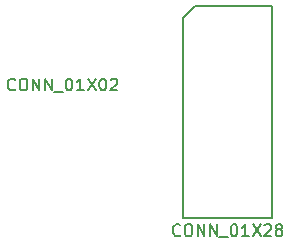
<source format=gbr>
G04 #@! TF.FileFunction,Other,Fab,Top*
%FSLAX46Y46*%
G04 Gerber Fmt 4.6, Leading zero omitted, Abs format (unit mm)*
G04 Created by KiCad (PCBNEW 4.0.5+dfsg1-4) date Thu Oct 18 11:42:42 2018*
%MOMM*%
%LPD*%
G01*
G04 APERTURE LIST*
%ADD10C,0.100000*%
%ADD11C,0.150000*%
G04 APERTURE END LIST*
D10*
D11*
X118408000Y-112716000D02*
X124908000Y-112716000D01*
X124908000Y-112716000D02*
X124908000Y-130616000D01*
X124908000Y-130616000D02*
X117408000Y-130616000D01*
X117408000Y-130616000D02*
X117408000Y-113716000D01*
X117408000Y-113716000D02*
X118408000Y-112716000D01*
X103164191Y-119737143D02*
X103116572Y-119784762D01*
X102973715Y-119832381D01*
X102878477Y-119832381D01*
X102735619Y-119784762D01*
X102640381Y-119689524D01*
X102592762Y-119594286D01*
X102545143Y-119403810D01*
X102545143Y-119260952D01*
X102592762Y-119070476D01*
X102640381Y-118975238D01*
X102735619Y-118880000D01*
X102878477Y-118832381D01*
X102973715Y-118832381D01*
X103116572Y-118880000D01*
X103164191Y-118927619D01*
X103783238Y-118832381D02*
X103973715Y-118832381D01*
X104068953Y-118880000D01*
X104164191Y-118975238D01*
X104211810Y-119165714D01*
X104211810Y-119499048D01*
X104164191Y-119689524D01*
X104068953Y-119784762D01*
X103973715Y-119832381D01*
X103783238Y-119832381D01*
X103688000Y-119784762D01*
X103592762Y-119689524D01*
X103545143Y-119499048D01*
X103545143Y-119165714D01*
X103592762Y-118975238D01*
X103688000Y-118880000D01*
X103783238Y-118832381D01*
X104640381Y-119832381D02*
X104640381Y-118832381D01*
X105211810Y-119832381D01*
X105211810Y-118832381D01*
X105688000Y-119832381D02*
X105688000Y-118832381D01*
X106259429Y-119832381D01*
X106259429Y-118832381D01*
X106497524Y-119927619D02*
X107259429Y-119927619D01*
X107688000Y-118832381D02*
X107783239Y-118832381D01*
X107878477Y-118880000D01*
X107926096Y-118927619D01*
X107973715Y-119022857D01*
X108021334Y-119213333D01*
X108021334Y-119451429D01*
X107973715Y-119641905D01*
X107926096Y-119737143D01*
X107878477Y-119784762D01*
X107783239Y-119832381D01*
X107688000Y-119832381D01*
X107592762Y-119784762D01*
X107545143Y-119737143D01*
X107497524Y-119641905D01*
X107449905Y-119451429D01*
X107449905Y-119213333D01*
X107497524Y-119022857D01*
X107545143Y-118927619D01*
X107592762Y-118880000D01*
X107688000Y-118832381D01*
X108973715Y-119832381D02*
X108402286Y-119832381D01*
X108688000Y-119832381D02*
X108688000Y-118832381D01*
X108592762Y-118975238D01*
X108497524Y-119070476D01*
X108402286Y-119118095D01*
X109307048Y-118832381D02*
X109973715Y-119832381D01*
X109973715Y-118832381D02*
X109307048Y-119832381D01*
X110545143Y-118832381D02*
X110640382Y-118832381D01*
X110735620Y-118880000D01*
X110783239Y-118927619D01*
X110830858Y-119022857D01*
X110878477Y-119213333D01*
X110878477Y-119451429D01*
X110830858Y-119641905D01*
X110783239Y-119737143D01*
X110735620Y-119784762D01*
X110640382Y-119832381D01*
X110545143Y-119832381D01*
X110449905Y-119784762D01*
X110402286Y-119737143D01*
X110354667Y-119641905D01*
X110307048Y-119451429D01*
X110307048Y-119213333D01*
X110354667Y-119022857D01*
X110402286Y-118927619D01*
X110449905Y-118880000D01*
X110545143Y-118832381D01*
X111259429Y-118927619D02*
X111307048Y-118880000D01*
X111402286Y-118832381D01*
X111640382Y-118832381D01*
X111735620Y-118880000D01*
X111783239Y-118927619D01*
X111830858Y-119022857D01*
X111830858Y-119118095D01*
X111783239Y-119260952D01*
X111211810Y-119832381D01*
X111830858Y-119832381D01*
X117134191Y-132073143D02*
X117086572Y-132120762D01*
X116943715Y-132168381D01*
X116848477Y-132168381D01*
X116705619Y-132120762D01*
X116610381Y-132025524D01*
X116562762Y-131930286D01*
X116515143Y-131739810D01*
X116515143Y-131596952D01*
X116562762Y-131406476D01*
X116610381Y-131311238D01*
X116705619Y-131216000D01*
X116848477Y-131168381D01*
X116943715Y-131168381D01*
X117086572Y-131216000D01*
X117134191Y-131263619D01*
X117753238Y-131168381D02*
X117943715Y-131168381D01*
X118038953Y-131216000D01*
X118134191Y-131311238D01*
X118181810Y-131501714D01*
X118181810Y-131835048D01*
X118134191Y-132025524D01*
X118038953Y-132120762D01*
X117943715Y-132168381D01*
X117753238Y-132168381D01*
X117658000Y-132120762D01*
X117562762Y-132025524D01*
X117515143Y-131835048D01*
X117515143Y-131501714D01*
X117562762Y-131311238D01*
X117658000Y-131216000D01*
X117753238Y-131168381D01*
X118610381Y-132168381D02*
X118610381Y-131168381D01*
X119181810Y-132168381D01*
X119181810Y-131168381D01*
X119658000Y-132168381D02*
X119658000Y-131168381D01*
X120229429Y-132168381D01*
X120229429Y-131168381D01*
X120467524Y-132263619D02*
X121229429Y-132263619D01*
X121658000Y-131168381D02*
X121753239Y-131168381D01*
X121848477Y-131216000D01*
X121896096Y-131263619D01*
X121943715Y-131358857D01*
X121991334Y-131549333D01*
X121991334Y-131787429D01*
X121943715Y-131977905D01*
X121896096Y-132073143D01*
X121848477Y-132120762D01*
X121753239Y-132168381D01*
X121658000Y-132168381D01*
X121562762Y-132120762D01*
X121515143Y-132073143D01*
X121467524Y-131977905D01*
X121419905Y-131787429D01*
X121419905Y-131549333D01*
X121467524Y-131358857D01*
X121515143Y-131263619D01*
X121562762Y-131216000D01*
X121658000Y-131168381D01*
X122943715Y-132168381D02*
X122372286Y-132168381D01*
X122658000Y-132168381D02*
X122658000Y-131168381D01*
X122562762Y-131311238D01*
X122467524Y-131406476D01*
X122372286Y-131454095D01*
X123277048Y-131168381D02*
X123943715Y-132168381D01*
X123943715Y-131168381D02*
X123277048Y-132168381D01*
X124277048Y-131263619D02*
X124324667Y-131216000D01*
X124419905Y-131168381D01*
X124658001Y-131168381D01*
X124753239Y-131216000D01*
X124800858Y-131263619D01*
X124848477Y-131358857D01*
X124848477Y-131454095D01*
X124800858Y-131596952D01*
X124229429Y-132168381D01*
X124848477Y-132168381D01*
X125419905Y-131596952D02*
X125324667Y-131549333D01*
X125277048Y-131501714D01*
X125229429Y-131406476D01*
X125229429Y-131358857D01*
X125277048Y-131263619D01*
X125324667Y-131216000D01*
X125419905Y-131168381D01*
X125610382Y-131168381D01*
X125705620Y-131216000D01*
X125753239Y-131263619D01*
X125800858Y-131358857D01*
X125800858Y-131406476D01*
X125753239Y-131501714D01*
X125705620Y-131549333D01*
X125610382Y-131596952D01*
X125419905Y-131596952D01*
X125324667Y-131644571D01*
X125277048Y-131692190D01*
X125229429Y-131787429D01*
X125229429Y-131977905D01*
X125277048Y-132073143D01*
X125324667Y-132120762D01*
X125419905Y-132168381D01*
X125610382Y-132168381D01*
X125705620Y-132120762D01*
X125753239Y-132073143D01*
X125800858Y-131977905D01*
X125800858Y-131787429D01*
X125753239Y-131692190D01*
X125705620Y-131644571D01*
X125610382Y-131596952D01*
M02*

</source>
